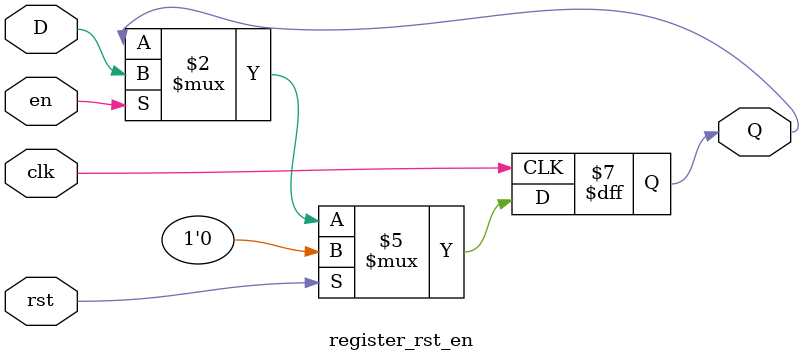
<source format=v>
`ifndef __REGISTERS__
`define __REGISTERS__


module register (D, Q, clk);
  parameter N=1;
  input [N-1:0] D;
  output reg [N-1:0] Q;
  input clk;
  always @(posedge clk) Q <= D;
endmodule

// A rising-edge triggered register with synchronous reset.
// The parameter N indicates the number of bits.
// The parameter INIT_VALUE is the initial value
// acquired by the register after reset.

module register_rst (D, Q, clk, rst);
  parameter N=1;
  parameter INIT_VALUE=0;
  input [N-1:0] D;
  output reg [N-1:0] Q;
  input clk, rst;

  always @(posedge clk)
    if (rst) Q <= INIT_VALUE;
    else Q <= D;
endmodule

// A rising-edge triggered register with enable.
// The parameter N indicates the number of bits.
// The value of the register changes only when the
// enable signal is asserted.

module register_en (D, Q, clk, en);
  parameter N=1;
  input [N-1:0] D;
  output reg [N-1:0] Q;
  input clk, en;

  always @(posedge clk)
    if (en) Q <= D;
endmodule

// A rising-edge triggered register with synchronous reset and enable.
// The parameter N indicates the number of bits.
// The parameter INIT_VALUE is the initial value
// acquired by the register after reset.
// The value of the register changes only when the
// enable signal is asserted.

module register_rst_en (D, Q, clk, en, rst);
  parameter N=1;
  parameter INIT_VALUE=0;
  input [N-1:0] D;
  output reg [N-1:0] Q;
  input clk, en, rst;

  always @(posedge clk) begin
    if (rst) Q <= INIT_VALUE;
    else if (en) Q <= D;
  end
endmodule

`endif

</source>
